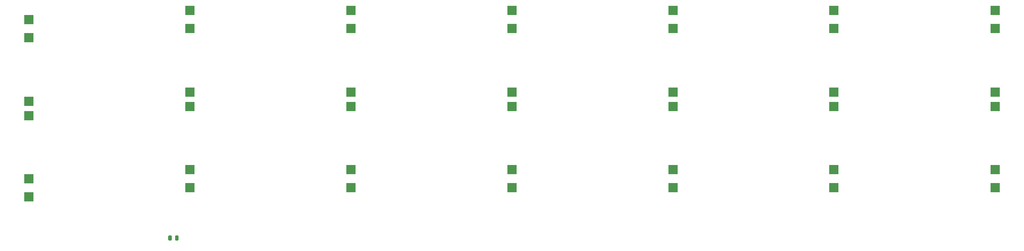
<source format=gbr>
G04 #@! TF.GenerationSoftware,KiCad,Pcbnew,(5.1.9)-1*
G04 #@! TF.CreationDate,2021-03-05T17:29:33-06:00*
G04 #@! TF.ProjectId,X-,582d2e6b-6963-4616-945f-706362585858,3*
G04 #@! TF.SameCoordinates,Original*
G04 #@! TF.FileFunction,Soldermask,Top*
G04 #@! TF.FilePolarity,Negative*
%FSLAX46Y46*%
G04 Gerber Fmt 4.6, Leading zero omitted, Abs format (unit mm)*
G04 Created by KiCad (PCBNEW (5.1.9)-1) date 2021-03-05 17:29:33*
%MOMM*%
%LPD*%
G01*
G04 APERTURE LIST*
%ADD10R,2.500000X2.500000*%
G04 APERTURE END LIST*
D10*
X145879913Y-166759427D03*
X145879913Y-161759427D03*
X145879913Y-144359427D03*
X145879913Y-140359427D03*
X145879913Y-122759427D03*
X145879913Y-117759427D03*
X101429913Y-169299427D03*
X101429913Y-164299427D03*
X101429913Y-146899427D03*
X101429913Y-142899427D03*
X101429913Y-125299427D03*
X101429913Y-120299427D03*
G36*
G01*
X141760000Y-181136250D02*
X141760000Y-180223750D01*
G75*
G02*
X142003750Y-179980000I243750J0D01*
G01*
X142491250Y-179980000D01*
G75*
G02*
X142735000Y-180223750I0J-243750D01*
G01*
X142735000Y-181136250D01*
G75*
G02*
X142491250Y-181380000I-243750J0D01*
G01*
X142003750Y-181380000D01*
G75*
G02*
X141760000Y-181136250I0J243750D01*
G01*
G37*
G36*
G01*
X139885000Y-181136250D02*
X139885000Y-180223750D01*
G75*
G02*
X140128750Y-179980000I243750J0D01*
G01*
X140616250Y-179980000D01*
G75*
G02*
X140860000Y-180223750I0J-243750D01*
G01*
X140860000Y-181136250D01*
G75*
G02*
X140616250Y-181380000I-243750J0D01*
G01*
X140128750Y-181380000D01*
G75*
G02*
X139885000Y-181136250I0J243750D01*
G01*
G37*
X190329913Y-166759427D03*
X190329913Y-161759427D03*
X190329913Y-144359427D03*
X190329913Y-140359427D03*
X190329913Y-122759427D03*
X190329913Y-117759427D03*
X368129913Y-166759427D03*
X368129913Y-161759427D03*
X368129913Y-144359427D03*
X368129913Y-140359427D03*
X368129913Y-122759427D03*
X368129913Y-117759427D03*
X234779913Y-166759427D03*
X234779913Y-161759427D03*
X234779913Y-144359427D03*
X234779913Y-140359427D03*
X234779913Y-122759427D03*
X234779913Y-117759427D03*
X323590001Y-166759427D03*
X323590001Y-161759427D03*
X323590001Y-144359427D03*
X323590001Y-140359427D03*
X323590001Y-122759427D03*
X323590001Y-117759427D03*
X279229913Y-166759427D03*
X279229913Y-161759427D03*
X279229913Y-144359427D03*
X279229913Y-140359427D03*
X279229913Y-122759427D03*
X279229913Y-117759427D03*
M02*

</source>
